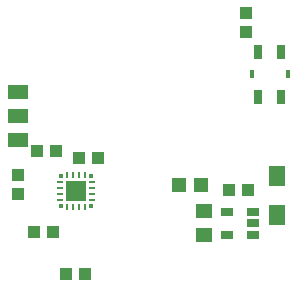
<source format=gbp>
G04 ---------------------------- Layer name :BOTTOM PASTER LAYER*
G04 EasyEDA v5.6.15, Thu, 26 Jul 2018 23:13:41 GMT*
G04 a350aba4d1a84c778ca10979b53d7052*
G04 Gerber Generator version 0.2*
G04 Scale: 100 percent, Rotated: No, Reflected: No *
G04 Dimensions in inches *
G04 leading zeros omitted , absolute positions ,2 integer and 4 decimal *
%FSLAX24Y24*%
%MOIN*%
G90*
G70D02*

%ADD18R,0.039370X0.043307*%
%ADD19R,0.043307X0.039370*%
%ADD32R,0.067500X0.067500*%
%ADD33R,0.024500X0.011500*%
%ADD34R,0.013500X0.013500*%
%ADD35R,0.011500X0.024500*%
%ADD36R,0.047244X0.047244*%
%ADD37R,0.041732X0.025591*%
%ADD38R,0.053500X0.071500*%
%ADD39R,0.057870X0.045670*%
%ADD40R,0.027560X0.051181*%
%ADD41R,0.011810X0.027560*%
%ADD42R,0.070000X0.050000*%

%LPD*%
G54D32*
G01X2399Y3192D03*
G54D33*
G01X2929Y2902D03*
G01X2929Y3092D03*
G01X2929Y3292D03*
G01X2929Y3492D03*
G54D34*
G01X2899Y3692D03*
G54D35*
G01X2689Y3722D03*
G01X2499Y3722D03*
G01X2299Y3722D03*
G01X2099Y3722D03*
G54D34*
G01X1899Y3692D03*
G54D33*
G01X1869Y3492D03*
G01X1869Y3292D03*
G01X1869Y3092D03*
G01X1869Y2902D03*
G54D34*
G01X1899Y2692D03*
G54D35*
G01X2099Y2662D03*
G01X2299Y2662D03*
G01X2499Y2662D03*
G01X2689Y2662D03*
G54D34*
G01X2899Y2692D03*
G54D18*
G01X8144Y3242D03*
G01X7513Y3242D03*
G54D36*
G01X6550Y3392D03*
G01X5842Y3392D03*
G54D37*
G01X8300Y2492D03*
G01X8300Y2119D03*
G01X8300Y1744D03*
G01X7434Y1744D03*
G01X7434Y2492D03*
G54D38*
G01X9110Y3692D03*
G01X9110Y2402D03*
G54D39*
G01X6650Y2542D03*
G01X6650Y1742D03*
G54D19*
G01X449Y3098D03*
G01X449Y3728D03*
G54D40*
G01X8456Y7840D03*
G01X9244Y7840D03*
G01X8456Y6344D03*
G01X9244Y6344D03*
G54D41*
G01X8250Y7092D03*
G01X9450Y7092D03*
G54D19*
G01X8050Y9136D03*
G01X8050Y8506D03*
G54D18*
G01X1005Y1843D03*
G01X1636Y1843D03*
G01X2055Y443D03*
G01X2686Y443D03*
G01X3134Y4282D03*
G01X2503Y4282D03*
G01X1105Y4543D03*
G01X1736Y4543D03*
G54D42*
G01X450Y5692D03*
G01X450Y6492D03*
G01X450Y4892D03*
M00*
M02*

</source>
